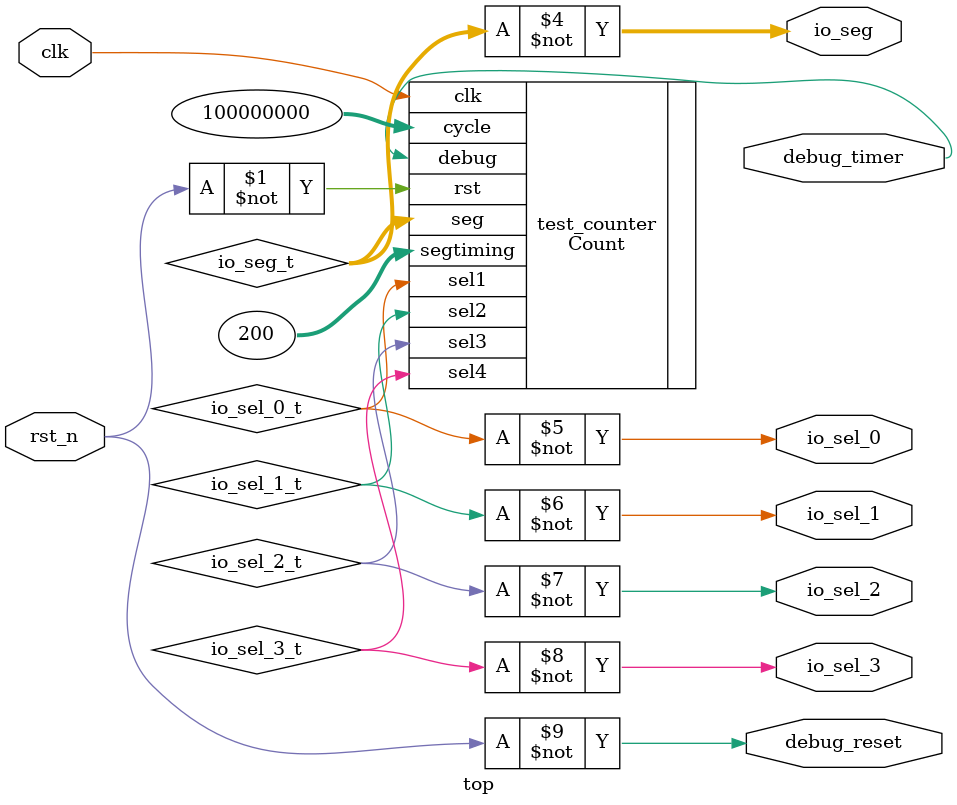
<source format=v>
module top (clk, rst_n, io_sel_0, io_sel_1, io_sel_2, io_sel_3, io_seg, debug_timer, debug_reset);
  input clk;
  input rst_n;

  output io_sel_0;
  output io_sel_1;
  output io_sel_2;
  output io_sel_3;
  output [7:0] io_seg;
  output debug_timer;
  output debug_reset;
  wire [7:0] io_led_t;

  wire io_sel_0_t;
  wire io_sel_1_t;
  wire io_sel_2_t;
  wire io_sel_3_t;
  wire [7:0] io_seg_t;

    Count test_counter (
        .clk(clk),
        .rst(~rst_n),
        .debug(debug_timer),
        .sel1(io_sel_0_t),
        .sel2(io_sel_1_t),
        .sel3(io_sel_2_t),
        .sel4(io_sel_3_t),
        .seg(io_seg_t),
        .cycle(100_000_000),
        .segtiming(200)
    );

    assign io_seg = ~io_seg_t;
    assign io_sel_0 = ~io_sel_0_t;
    assign io_sel_1 = ~io_sel_1_t;
    assign io_sel_2 = ~io_sel_2_t;
    assign io_sel_3 = ~io_sel_3_t;
    assign debug_reset = ~rst_n;

endmodule
</source>
